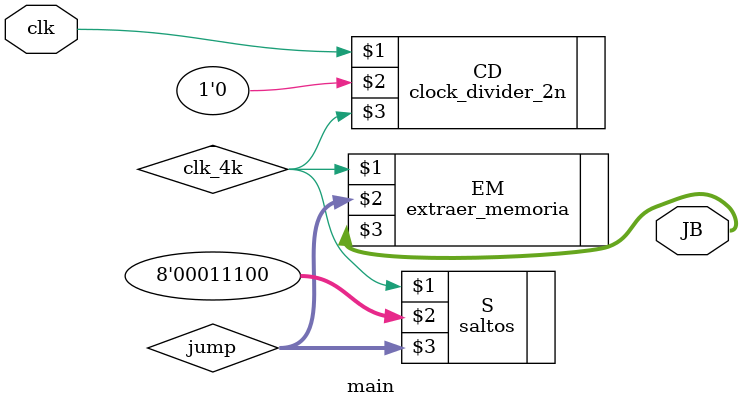
<source format=v>
`timescale 1ns / 1ps



module main(
    input clk,
    output [7:0] JB
    );
    
    wire clk_4k;
    wire [6:0] jump;
    wire [7:0] valor_final;
    
    
    clock_divider_2n CD(clk, 1'b0, clk_4k);
    saltos S(clk_4k, 8'b00011100, jump);
    extraer_memoria EM(clk_4k, jump, JB);
    
    
    
    
endmodule

</source>
